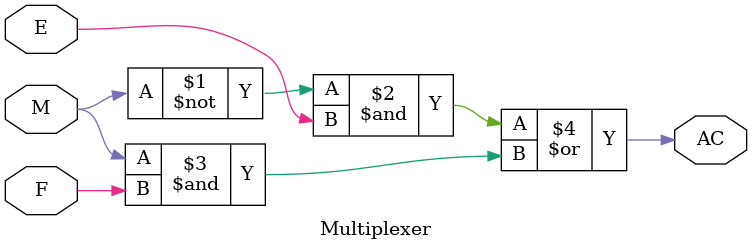
<source format=v>



// Generated by Quartus Prime Version 18.1 (Build Build 625 09/12/2018)
// Created on Wed Sep 25 16:32:03 2019

//  Module Declaration
module Multiplexer
(
	// {{ALTERA_ARGS_BEGIN}} DO NOT REMOVE THIS LINE!
	M, E, F, AC
	// {{ALTERA_ARGS_END}} DO NOT REMOVE THIS LINE!
);
// Port Declaration

	// {{ALTERA_IO_BEGIN}} DO NOT REMOVE THIS LINE!
	input M;
	input E;
	input F;
	output AC;
	// {{ALTERA_IO_END}} DO NOT REMOVE THIS LINE!

assign AC = ( (~M&E)|(M&F) );


endmodule

</source>
